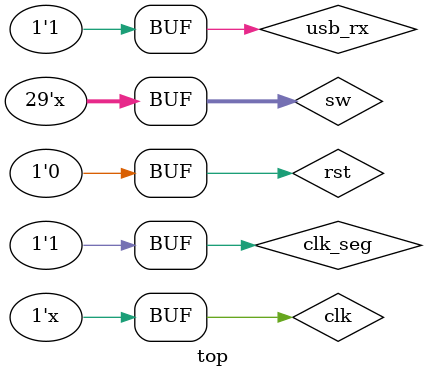
<source format=v>
`timescale 1ns / 1ps



module top();
    
    reg usb_rx;
    reg clk, rst;
    initial begin
        clk <= 1'b1;
        rst <= 1'b1;
        usb_rx <= 1'b1;
        #250;
        rst <= 1'b0;
    end
    
    always begin
        #5;
        clk <= ~clk;
    end
    
    reg clk_seg;
    always begin
        clk_seg <= 1'b0; #40;
        clk_seg <= 1'b1; #40;
    end
    
    
    
    reg [28:0] sw = 24'd0;
    always begin
        #5000;
        sw <= sw + 1;
    end
    
    
    wire [31:0] IADRR;
    wire [31:0] IDATA;
    wire        IWAIT;
    
    wire [31:0] MADDR;
    wire [31:0] MDATA;
    wire [3:0]  MBE;
    wire        MEN;
    wire        MRW;
    wire        MWAIT;

    
    RISCV cpu( IADRR, IDATA, IWAIT, MADDR, MDATA, MBE, MEN, MRW, MWAIT, rst, clk);
    
    IMEM imem( IADRR, IDATA, IWAIT, MADDR, MDATA, MBE, MEN, MRW, MWAIT, clk);
    
    //DROM drom(MADDR, MDATA, MBE, MEN, MRW, MWAIT, clk);
    DMEM dmem(MADDR, MDATA, MBE, MEN, MRW, MWAIT, clk);
    
    wire dp;
    wire [6:0] seg;
    wire [3:0] an;
    seg_7 segs( MADDR, MDATA, MEN, MRW, MWAIT,  {dp, seg}, an, clk);
    
    wire [23:0] io_led;
    led_24 leds( MADDR, MDATA, MEN, MRW, MWAIT, io_led, rst, clk);
    Input_sw switch( MADDR, MDATA, MEN, MRW, MWAIT, sw, rst, clk);
    
    BPP bpc( MADDR, MDATA, MEN, MRW, MWAIT, rst, clk);
    IPCP ipc( MADDR, MDATA, MEN, MRW, MWAIT, rst, clk);
    
    wire usb_tx;
    UART uart( MADDR, MDATA, MEN, MRW, MWAIT, rst, clk);
    
    DFPU dfpu( MADDR, MDATA, MEN, MRW, MWAIT, rst, cpu_clk);
    //FP_ADD ad2wt( MADDR, MDATA, MEN, MRW, MWAIT, rst, clk);
endmodule


</source>
